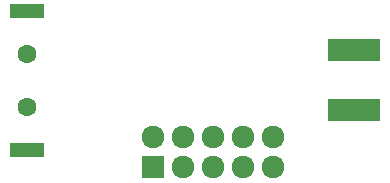
<source format=gbs>
G04 (created by PCBNEW (2013-07-07 BZR 4022)-stable) date 2015/9/10 11:53:31*
%MOIN*%
G04 Gerber Fmt 3.4, Leading zero omitted, Abs format*
%FSLAX34Y34*%
G01*
G70*
G90*
G04 APERTURE LIST*
%ADD10C,0.00590551*%
%ADD11R,0.175748X0.075748*%
%ADD12R,0.075748X0.075748*%
%ADD13C,0.075748*%
%ADD14R,0.118148X0.047248*%
%ADD15C,0.062948*%
G04 APERTURE END LIST*
G54D10*
G54D11*
X12028Y-2543D03*
X12028Y-4543D03*
G54D12*
X5323Y-6445D03*
G54D13*
X5323Y-5445D03*
X6323Y-6445D03*
X6323Y-5445D03*
X7323Y-6445D03*
X7323Y-5445D03*
X8323Y-6445D03*
X8323Y-5445D03*
X9323Y-6445D03*
X9323Y-5445D03*
G54D14*
X1132Y-1232D03*
X1117Y-5854D03*
G54D15*
X1132Y-2657D03*
X1132Y-4429D03*
M02*

</source>
